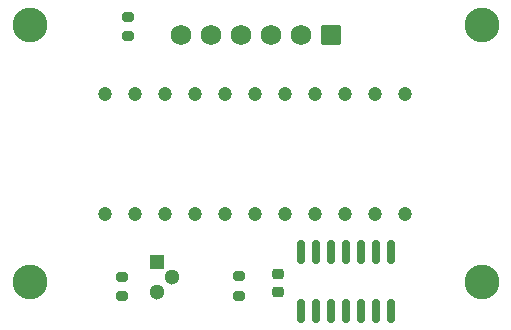
<source format=gts>
G04 #@! TF.GenerationSoftware,KiCad,Pcbnew,(6.0.7)*
G04 #@! TF.CreationDate,2023-04-22T03:18:15-05:00*
G04 #@! TF.ProjectId,CCD_Board,4343445f-426f-4617-9264-2e6b69636164,rev?*
G04 #@! TF.SameCoordinates,Original*
G04 #@! TF.FileFunction,Soldermask,Top*
G04 #@! TF.FilePolarity,Negative*
%FSLAX46Y46*%
G04 Gerber Fmt 4.6, Leading zero omitted, Abs format (unit mm)*
G04 Created by KiCad (PCBNEW (6.0.7)) date 2023-04-22 03:18:15*
%MOMM*%
%LPD*%
G01*
G04 APERTURE LIST*
G04 Aperture macros list*
%AMRoundRect*
0 Rectangle with rounded corners*
0 $1 Rounding radius*
0 $2 $3 $4 $5 $6 $7 $8 $9 X,Y pos of 4 corners*
0 Add a 4 corners polygon primitive as box body*
4,1,4,$2,$3,$4,$5,$6,$7,$8,$9,$2,$3,0*
0 Add four circle primitives for the rounded corners*
1,1,$1+$1,$2,$3*
1,1,$1+$1,$4,$5*
1,1,$1+$1,$6,$7*
1,1,$1+$1,$8,$9*
0 Add four rect primitives between the rounded corners*
20,1,$1+$1,$2,$3,$4,$5,0*
20,1,$1+$1,$4,$5,$6,$7,0*
20,1,$1+$1,$6,$7,$8,$9,0*
20,1,$1+$1,$8,$9,$2,$3,0*%
G04 Aperture macros list end*
%ADD10C,2.946400*%
%ADD11RoundRect,0.200000X-0.275000X0.200000X-0.275000X-0.200000X0.275000X-0.200000X0.275000X0.200000X0*%
%ADD12RoundRect,0.200000X0.275000X-0.200000X0.275000X0.200000X-0.275000X0.200000X-0.275000X-0.200000X0*%
%ADD13R,1.300000X1.300000*%
%ADD14C,1.300000*%
%ADD15RoundRect,0.225000X-0.250000X0.225000X-0.250000X-0.225000X0.250000X-0.225000X0.250000X0.225000X0*%
%ADD16RoundRect,0.150000X-0.150000X0.825000X-0.150000X-0.825000X0.150000X-0.825000X0.150000X0.825000X0*%
%ADD17RoundRect,0.250000X0.620000X0.620000X-0.620000X0.620000X-0.620000X-0.620000X0.620000X-0.620000X0*%
%ADD18C,1.740000*%
%ADD19C,1.200000*%
G04 APERTURE END LIST*
D10*
X89452580Y-75647420D03*
D11*
X97790000Y-53150000D03*
X97790000Y-54800000D03*
D12*
X107188000Y-76771000D03*
X107188000Y-75121000D03*
D13*
X100224000Y-73914000D03*
D14*
X101494000Y-75184000D03*
X100224000Y-76454000D03*
D10*
X89452580Y-53892580D03*
X127717420Y-53892580D03*
D15*
X110490000Y-74930000D03*
X110490000Y-76480000D03*
D16*
X120015000Y-73090000D03*
X118745000Y-73090000D03*
X117475000Y-73090000D03*
X116205000Y-73090000D03*
X114935000Y-73090000D03*
X113665000Y-73090000D03*
X112395000Y-73090000D03*
X112395000Y-78040000D03*
X113665000Y-78040000D03*
X114935000Y-78040000D03*
X116205000Y-78040000D03*
X117475000Y-78040000D03*
X118745000Y-78040000D03*
X120015000Y-78040000D03*
D11*
X97303000Y-75184000D03*
X97303000Y-76834000D03*
D10*
X127717420Y-75647420D03*
D17*
X114935000Y-54725000D03*
D18*
X112395000Y-54725000D03*
X109855000Y-54725000D03*
X107315000Y-54725000D03*
X104775000Y-54725000D03*
X102235000Y-54725000D03*
D19*
X95857000Y-59690000D03*
X98397000Y-59690000D03*
X100937000Y-59690000D03*
X103477000Y-59690000D03*
X106017000Y-59690000D03*
X108557000Y-59690000D03*
X111097000Y-59690000D03*
X113637000Y-59690000D03*
X116177000Y-59690000D03*
X118717000Y-59690000D03*
X121257000Y-59690000D03*
X121257000Y-69850000D03*
X118717000Y-69850000D03*
X116177000Y-69850000D03*
X113637000Y-69850000D03*
X111097000Y-69850000D03*
X108557000Y-69850000D03*
X106017000Y-69850000D03*
X103477000Y-69850000D03*
X100937000Y-69850000D03*
X98397000Y-69850000D03*
X95857000Y-69850000D03*
M02*

</source>
